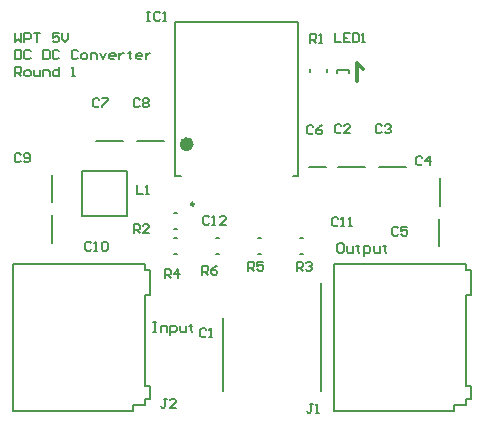
<source format=gto>
G04*
G04 #@! TF.GenerationSoftware,Altium Limited,Altium Designer,20.1.12 (249)*
G04*
G04 Layer_Color=65535*
%FSLAX44Y44*%
%MOMM*%
G71*
G04*
G04 #@! TF.SameCoordinates,A6FFBE12-9050-4AB9-A8FC-CC0259DDA12F*
G04*
G04*
G04 #@! TF.FilePolarity,Positive*
G04*
G01*
G75*
%ADD10C,0.6000*%
%ADD11C,0.2500*%
%ADD12C,0.2000*%
%ADD13C,0.3000*%
%ADD14C,0.2032*%
D10*
X157400Y233525D02*
G03*
X157400Y233525I-3000J0D01*
G01*
D11*
X160650Y182775D02*
G03*
X160650Y182775I-1250J0D01*
G01*
D12*
X368000Y147257D02*
Y170257D01*
X248950Y206525D02*
Y337025D01*
X144900Y206525D02*
Y337025D01*
Y206525D02*
X149400D01*
X244400D02*
X248950D01*
X144900Y337025D02*
X248950D01*
X104115Y172658D02*
Y210658D01*
X66115Y172658D02*
X104115D01*
X66115D02*
Y210658D01*
X104115D01*
X40773Y184500D02*
Y207500D01*
Y150258D02*
Y173258D01*
X143750Y161482D02*
X146250D01*
X143750Y175482D02*
X146250D01*
X250378Y154500D02*
X252878D01*
X250378Y140500D02*
X252878D01*
X214835Y154500D02*
X217335D01*
X214835Y140500D02*
X217335D01*
X179293Y140440D02*
X181793D01*
X179293Y154440D02*
X181793D01*
X143750Y140440D02*
X146250D01*
X143750Y154440D02*
X146250D01*
X267857Y24500D02*
Y115750D01*
X184858Y24500D02*
Y86750D01*
X390500Y106000D02*
X390500Y28500D01*
X395500D01*
Y18000D02*
Y28500D01*
X390500Y18000D02*
X395500D01*
X390500Y12500D02*
Y18000D01*
X380500Y12500D02*
X390500D01*
X380500Y7500D02*
Y12500D01*
X390500Y106000D02*
X395500D01*
Y127000D01*
X390500D02*
X395500D01*
X390500D02*
Y132500D01*
X278900Y7500D02*
X380500D01*
X278900D02*
Y132500D01*
X390500D01*
X118708Y106000D02*
X118708Y28500D01*
X123708D01*
Y18000D02*
Y28500D01*
X118708Y18000D02*
X123708D01*
X118708Y12500D02*
Y18000D01*
X108708Y12500D02*
X118708D01*
X108708Y7500D02*
Y12500D01*
X118708Y106000D02*
X123708D01*
Y127000D01*
X118708D02*
X123708D01*
X118708D02*
Y132500D01*
X7107Y7500D02*
X108708D01*
X7107D02*
Y132500D01*
X118708D01*
X281793Y296500D02*
X291793D01*
X281793Y293500D02*
Y296500D01*
X291793Y293500D02*
Y296500D01*
X273000Y294750D02*
Y297250D01*
X259000Y294750D02*
Y297250D01*
X112008Y236000D02*
X135007D01*
X77765D02*
X100765D01*
X258092Y214000D02*
X272092D01*
X368570Y181500D02*
Y204500D01*
X316877Y214000D02*
X339878D01*
X282635D02*
X305635D01*
X9000Y327791D02*
Y319794D01*
X11666Y322460D01*
X14332Y319794D01*
Y327791D01*
X16997Y319794D02*
Y327791D01*
X20996D01*
X22329Y326458D01*
Y323792D01*
X20996Y322460D01*
X16997D01*
X24995Y327791D02*
X30326D01*
X27661D01*
Y319794D01*
X46321Y327791D02*
X40990D01*
Y323792D01*
X43656Y325125D01*
X44988D01*
X46321Y323792D01*
Y321127D01*
X44988Y319794D01*
X42323D01*
X40990Y321127D01*
X48987Y327791D02*
Y322460D01*
X51653Y319794D01*
X54319Y322460D01*
Y327791D01*
X9000Y313394D02*
Y305397D01*
X12999D01*
X14332Y306730D01*
Y312061D01*
X12999Y313394D01*
X9000D01*
X22329Y312061D02*
X20996Y313394D01*
X18330D01*
X16997Y312061D01*
Y306730D01*
X18330Y305397D01*
X20996D01*
X22329Y306730D01*
X32992Y313394D02*
Y305397D01*
X36991D01*
X38324Y306730D01*
Y312061D01*
X36991Y313394D01*
X32992D01*
X46321Y312061D02*
X44988Y313394D01*
X42323D01*
X40990Y312061D01*
Y306730D01*
X42323Y305397D01*
X44988D01*
X46321Y306730D01*
X62316Y312061D02*
X60983Y313394D01*
X58317D01*
X56985Y312061D01*
Y306730D01*
X58317Y305397D01*
X60983D01*
X62316Y306730D01*
X66315Y305397D02*
X68981D01*
X70314Y306730D01*
Y309396D01*
X68981Y310728D01*
X66315D01*
X64982Y309396D01*
Y306730D01*
X66315Y305397D01*
X72979D02*
Y310728D01*
X76978D01*
X78311Y309396D01*
Y305397D01*
X80977Y310728D02*
X83643Y305397D01*
X86308Y310728D01*
X92973Y305397D02*
X90307D01*
X88974Y306730D01*
Y309396D01*
X90307Y310728D01*
X92973D01*
X94306Y309396D01*
Y308063D01*
X88974D01*
X96972Y310728D02*
Y305397D01*
Y308063D01*
X98305Y309396D01*
X99637Y310728D01*
X100970D01*
X106302Y312061D02*
Y310728D01*
X104969D01*
X107635D01*
X106302D01*
Y306730D01*
X107635Y305397D01*
X115632D02*
X112966D01*
X111634Y306730D01*
Y309396D01*
X112966Y310728D01*
X115632D01*
X116965Y309396D01*
Y308063D01*
X111634D01*
X119631Y310728D02*
Y305397D01*
Y308063D01*
X120964Y309396D01*
X122297Y310728D01*
X123630D01*
X9000Y291000D02*
Y298997D01*
X12999D01*
X14332Y297665D01*
Y294999D01*
X12999Y293666D01*
X9000D01*
X11666D02*
X14332Y291000D01*
X18330D02*
X20996D01*
X22329Y292333D01*
Y294999D01*
X20996Y296332D01*
X18330D01*
X16997Y294999D01*
Y292333D01*
X18330Y291000D01*
X24995Y296332D02*
Y292333D01*
X26328Y291000D01*
X30326D01*
Y296332D01*
X32992Y291000D02*
Y296332D01*
X36991D01*
X38324Y294999D01*
Y291000D01*
X46321Y298997D02*
Y291000D01*
X42323D01*
X40990Y292333D01*
Y294999D01*
X42323Y296332D01*
X46321D01*
X56985Y291000D02*
X59650D01*
X58317D01*
Y298997D01*
X56985Y297665D01*
X285999Y149663D02*
X283333D01*
X282000Y148330D01*
Y142999D01*
X283333Y141666D01*
X285999D01*
X287332Y142999D01*
Y148330D01*
X285999Y149663D01*
X289997Y146997D02*
Y142999D01*
X291330Y141666D01*
X295329D01*
Y146997D01*
X299328Y148330D02*
Y146997D01*
X297995D01*
X300661D01*
X299328D01*
Y142999D01*
X300661Y141666D01*
X304659Y139000D02*
Y146997D01*
X308658D01*
X309991Y145665D01*
Y142999D01*
X308658Y141666D01*
X304659D01*
X312657Y146997D02*
Y142999D01*
X313990Y141666D01*
X317988D01*
Y146997D01*
X321987Y148330D02*
Y146997D01*
X320654D01*
X323320D01*
X321987D01*
Y142999D01*
X323320Y141666D01*
X126000Y82663D02*
X128666D01*
X127333D01*
Y74666D01*
X126000D01*
X128666D01*
X132664D02*
Y79997D01*
X136663D01*
X137996Y78664D01*
Y74666D01*
X140662Y72000D02*
Y79997D01*
X144661D01*
X145994Y78664D01*
Y75999D01*
X144661Y74666D01*
X140662D01*
X148659Y79997D02*
Y75999D01*
X149992Y74666D01*
X153991D01*
Y79997D01*
X157990Y81330D02*
Y79997D01*
X156657D01*
X159323D01*
X157990D01*
Y75999D01*
X159323Y74666D01*
D13*
X298223Y302620D02*
X303302Y297540D01*
X298223Y287380D02*
Y302620D01*
D14*
X167652Y123191D02*
Y130809D01*
X171461D01*
X172730Y129539D01*
Y127000D01*
X171461Y125730D01*
X167652D01*
X170191D02*
X172730Y123191D01*
X180348Y130809D02*
X177809Y129539D01*
X175270Y127000D01*
Y124461D01*
X176539Y123191D01*
X179078D01*
X180348Y124461D01*
Y125730D01*
X179078Y127000D01*
X175270D01*
X206652Y126191D02*
Y133809D01*
X210461D01*
X211730Y132539D01*
Y130000D01*
X210461Y128730D01*
X206652D01*
X209191D02*
X211730Y126191D01*
X219348Y133809D02*
X214270D01*
Y130000D01*
X216809Y131270D01*
X218078D01*
X219348Y130000D01*
Y127461D01*
X218078Y126191D01*
X215539D01*
X214270Y127461D01*
X135652Y120191D02*
Y127809D01*
X139461D01*
X140730Y126539D01*
Y124000D01*
X139461Y122730D01*
X135652D01*
X138191D02*
X140730Y120191D01*
X147078D02*
Y127809D01*
X143270Y124000D01*
X148348D01*
X247652Y126191D02*
Y133809D01*
X251461D01*
X252730Y132539D01*
Y130000D01*
X251461Y128730D01*
X247652D01*
X250191D02*
X252730Y126191D01*
X255270Y132539D02*
X256539Y133809D01*
X259078D01*
X260348Y132539D01*
Y131270D01*
X259078Y130000D01*
X257809D01*
X259078D01*
X260348Y128730D01*
Y127461D01*
X259078Y126191D01*
X256539D01*
X255270Y127461D01*
X109652Y158191D02*
Y165809D01*
X113461D01*
X114730Y164539D01*
Y162000D01*
X113461Y160730D01*
X109652D01*
X112191D02*
X114730Y158191D01*
X122348D02*
X117270D01*
X122348Y163270D01*
Y164539D01*
X121078Y165809D01*
X118539D01*
X117270Y164539D01*
X258850Y319518D02*
Y327136D01*
X262659D01*
X263928Y325866D01*
Y323327D01*
X262659Y322057D01*
X258850D01*
X261389D02*
X263928Y319518D01*
X266467D02*
X269007D01*
X267737D01*
Y327136D01*
X266467Y325866D01*
X279869Y327595D02*
Y319978D01*
X284947D01*
X292564Y327595D02*
X287486D01*
Y319978D01*
X292564D01*
X287486Y323787D02*
X290025D01*
X295104Y327595D02*
Y319978D01*
X298912D01*
X300182Y321248D01*
Y326326D01*
X298912Y327595D01*
X295104D01*
X302721Y319978D02*
X305260D01*
X303991D01*
Y327595D01*
X302721Y326326D01*
X111922Y198809D02*
Y191191D01*
X117000D01*
X119539D02*
X122078D01*
X120809D01*
Y198809D01*
X119539Y197539D01*
X137730Y17809D02*
X135191D01*
X136461D01*
Y11461D01*
X135191Y10191D01*
X133922D01*
X132652Y11461D01*
X145348Y10191D02*
X140270D01*
X145348Y15270D01*
Y16539D01*
X144078Y17809D01*
X141539D01*
X140270Y16539D01*
X261000Y13809D02*
X258461D01*
X259730D01*
Y7461D01*
X258461Y6191D01*
X257191D01*
X255922Y7461D01*
X263539Y6191D02*
X266078D01*
X264809D01*
Y13809D01*
X263539Y12539D01*
X120748Y345809D02*
X123287D01*
X122017D01*
Y338191D01*
X120748D01*
X123287D01*
X132174Y344539D02*
X130904Y345809D01*
X128365D01*
X127096Y344539D01*
Y339461D01*
X128365Y338191D01*
X130904D01*
X132174Y339461D01*
X134713Y338191D02*
X137252D01*
X135983D01*
Y345809D01*
X134713Y344539D01*
X173556Y171539D02*
X172287Y172809D01*
X169748D01*
X168478Y171539D01*
Y166461D01*
X169748Y165191D01*
X172287D01*
X173556Y166461D01*
X176096Y165191D02*
X178635D01*
X177365D01*
Y172809D01*
X176096Y171539D01*
X187522Y165191D02*
X182444D01*
X187522Y170270D01*
Y171539D01*
X186252Y172809D01*
X183713D01*
X182444Y171539D01*
X282826Y170539D02*
X281556Y171809D01*
X279017D01*
X277748Y170539D01*
Y165461D01*
X279017Y164191D01*
X281556D01*
X282826Y165461D01*
X285365Y164191D02*
X287904D01*
X286635D01*
Y171809D01*
X285365Y170539D01*
X291713Y164191D02*
X294252D01*
X292983D01*
Y171809D01*
X291713Y170539D01*
X73556Y149539D02*
X72287Y150809D01*
X69748D01*
X68478Y149539D01*
Y144461D01*
X69748Y143191D01*
X72287D01*
X73556Y144461D01*
X76096Y143191D02*
X78635D01*
X77365D01*
Y150809D01*
X76096Y149539D01*
X82444D02*
X83713Y150809D01*
X86252D01*
X87522Y149539D01*
Y144461D01*
X86252Y143191D01*
X83713D01*
X82444Y144461D01*
Y149539D01*
X13730Y224539D02*
X12461Y225809D01*
X9922D01*
X8652Y224539D01*
Y219461D01*
X9922Y218191D01*
X12461D01*
X13730Y219461D01*
X16270D02*
X17539Y218191D01*
X20078D01*
X21348Y219461D01*
Y224539D01*
X20078Y225809D01*
X17539D01*
X16270Y224539D01*
Y223270D01*
X17539Y222000D01*
X21348D01*
X114714Y271210D02*
X113444Y272479D01*
X110905D01*
X109635Y271210D01*
Y266132D01*
X110905Y264862D01*
X113444D01*
X114714Y266132D01*
X117253Y271210D02*
X118523Y272479D01*
X121062D01*
X122331Y271210D01*
Y269940D01*
X121062Y268671D01*
X122331Y267401D01*
Y266132D01*
X121062Y264862D01*
X118523D01*
X117253Y266132D01*
Y267401D01*
X118523Y268671D01*
X117253Y269940D01*
Y271210D01*
X118523Y268671D02*
X121062D01*
X80405Y271306D02*
X79136Y272576D01*
X76597D01*
X75327Y271306D01*
Y266228D01*
X76597Y264958D01*
X79136D01*
X80405Y266228D01*
X82944Y272576D02*
X88023D01*
Y271306D01*
X82944Y266228D01*
Y264958D01*
X261642Y248110D02*
X260373Y249380D01*
X257834D01*
X256564Y248110D01*
Y243032D01*
X257834Y241762D01*
X260373D01*
X261642Y243032D01*
X269260Y249380D02*
X266721Y248110D01*
X264181Y245571D01*
Y243032D01*
X265451Y241762D01*
X267990D01*
X269260Y243032D01*
Y244301D01*
X267990Y245571D01*
X264181D01*
X333730Y162539D02*
X332461Y163809D01*
X329922D01*
X328652Y162539D01*
Y157461D01*
X329922Y156191D01*
X332461D01*
X333730Y157461D01*
X341348Y163809D02*
X336270D01*
Y160000D01*
X338809Y161270D01*
X340078D01*
X341348Y160000D01*
Y157461D01*
X340078Y156191D01*
X337539D01*
X336270Y157461D01*
X353952Y222236D02*
X352683Y223505D01*
X350144D01*
X348874Y222236D01*
Y217158D01*
X350144Y215888D01*
X352683D01*
X353952Y217158D01*
X360300Y215888D02*
Y223505D01*
X356492Y219697D01*
X361570D01*
X319554Y249142D02*
X318285Y250411D01*
X315746D01*
X314476Y249142D01*
Y244064D01*
X315746Y242794D01*
X318285D01*
X319554Y244064D01*
X322094Y249142D02*
X323363Y250411D01*
X325902D01*
X327172Y249142D01*
Y247872D01*
X325902Y246603D01*
X324633D01*
X325902D01*
X327172Y245333D01*
Y244064D01*
X325902Y242794D01*
X323363D01*
X322094Y244064D01*
X285369Y249142D02*
X284100Y250411D01*
X281561D01*
X280291Y249142D01*
Y244064D01*
X281561Y242794D01*
X284100D01*
X285369Y244064D01*
X292987Y242794D02*
X287909D01*
X292987Y247872D01*
Y249142D01*
X291717Y250411D01*
X289178D01*
X287909Y249142D01*
X171000Y76539D02*
X169730Y77809D01*
X167191D01*
X165922Y76539D01*
Y71461D01*
X167191Y70191D01*
X169730D01*
X171000Y71461D01*
X173539Y70191D02*
X176078D01*
X174809D01*
Y77809D01*
X173539Y76539D01*
M02*

</source>
